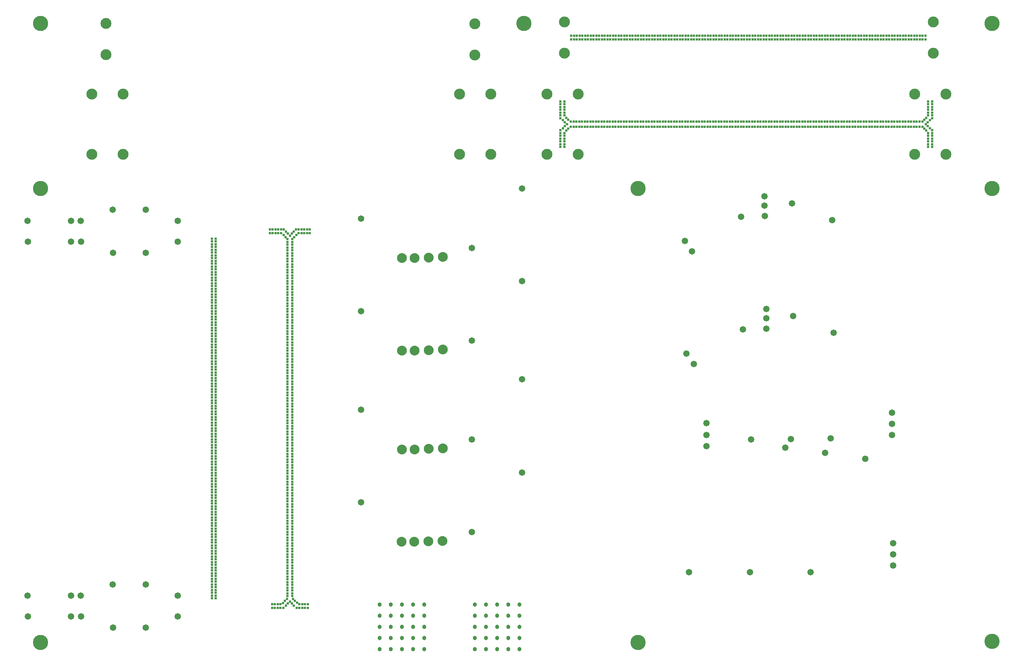
<source format=gbs>
G04*
G04 #@! TF.GenerationSoftware,Altium Limited,Altium Designer,21.1.1 (26)*
G04*
G04 Layer_Color=16711935*
%FSLAX25Y25*%
%MOIN*%
G70*
G04*
G04 #@! TF.SameCoordinates,B83F5570-EEF7-471F-9EF2-83D00333E22E*
G04*
G04*
G04 #@! TF.FilePolarity,Negative*
G04*
G01*
G75*
%ADD48C,0.09800*%
%ADD49C,0.13635*%
%ADD50C,0.02400*%
%ADD51C,0.05800*%
%ADD52C,0.03800*%
%ADD53C,0.08800*%
D48*
X821350Y550100D02*
D03*
Y578100D02*
D03*
X490700Y550100D02*
D03*
Y578100D02*
D03*
X410300Y548600D02*
D03*
Y576600D02*
D03*
X67000Y513500D02*
D03*
X95000D02*
D03*
X67000Y459500D02*
D03*
X95000D02*
D03*
X396600Y513500D02*
D03*
X424600D02*
D03*
X396600Y459500D02*
D03*
X424600D02*
D03*
X832600D02*
D03*
X804600D02*
D03*
X832600Y513500D02*
D03*
X804600D02*
D03*
X503100Y459500D02*
D03*
X475100D02*
D03*
X503000Y513500D02*
D03*
X475000D02*
D03*
X79600Y548700D02*
D03*
Y576700D02*
D03*
D49*
X454500Y577000D02*
D03*
X21000D02*
D03*
Y429000D02*
D03*
Y22000D02*
D03*
X874100Y577000D02*
D03*
Y429000D02*
D03*
Y23000D02*
D03*
X556600Y22000D02*
D03*
Y429000D02*
D03*
D50*
X226700Y392300D02*
D03*
Y388700D02*
D03*
X262500D02*
D03*
X178025Y379000D02*
D03*
X814325Y562375D02*
D03*
Y565825D02*
D03*
X811825D02*
D03*
Y562375D02*
D03*
X809325Y565825D02*
D03*
Y562375D02*
D03*
X806825Y565825D02*
D03*
Y562375D02*
D03*
X804325Y565825D02*
D03*
Y562375D02*
D03*
X801825Y565825D02*
D03*
Y562375D02*
D03*
X799325Y565825D02*
D03*
Y562375D02*
D03*
X796825Y565825D02*
D03*
Y562375D02*
D03*
X794325Y565825D02*
D03*
Y562375D02*
D03*
X791825Y565825D02*
D03*
Y562375D02*
D03*
X789325Y565825D02*
D03*
Y562375D02*
D03*
X786825Y565825D02*
D03*
Y562375D02*
D03*
X784325Y565825D02*
D03*
Y562375D02*
D03*
X781825Y565825D02*
D03*
Y562375D02*
D03*
X779325Y565825D02*
D03*
Y562375D02*
D03*
X776825Y565825D02*
D03*
Y562375D02*
D03*
X774325Y565825D02*
D03*
Y562375D02*
D03*
X771825Y565825D02*
D03*
Y562375D02*
D03*
X769325Y565825D02*
D03*
Y562375D02*
D03*
X766825Y565825D02*
D03*
Y562375D02*
D03*
X764325Y565825D02*
D03*
Y562375D02*
D03*
X761825Y565825D02*
D03*
Y562375D02*
D03*
X759325Y565825D02*
D03*
Y562375D02*
D03*
X756825Y565825D02*
D03*
Y562375D02*
D03*
X754325Y565825D02*
D03*
Y562375D02*
D03*
X751825Y565825D02*
D03*
Y562375D02*
D03*
X749325Y565825D02*
D03*
Y562375D02*
D03*
X746825Y565825D02*
D03*
Y562375D02*
D03*
X744325Y565825D02*
D03*
Y562375D02*
D03*
X741825Y565825D02*
D03*
Y562375D02*
D03*
X739325Y565825D02*
D03*
Y562375D02*
D03*
X736825Y565825D02*
D03*
Y562375D02*
D03*
X734325Y565825D02*
D03*
Y562375D02*
D03*
X731825Y565825D02*
D03*
Y562375D02*
D03*
X729325Y565825D02*
D03*
Y562375D02*
D03*
X726825Y565825D02*
D03*
Y562375D02*
D03*
X724325Y565825D02*
D03*
Y562375D02*
D03*
X721825Y565825D02*
D03*
Y562375D02*
D03*
X719325Y565825D02*
D03*
Y562375D02*
D03*
X716825Y565825D02*
D03*
Y562375D02*
D03*
X714325Y565825D02*
D03*
Y562375D02*
D03*
X711825Y565825D02*
D03*
Y562375D02*
D03*
X709325Y565825D02*
D03*
Y562375D02*
D03*
X706825Y565825D02*
D03*
Y562375D02*
D03*
X704325Y565825D02*
D03*
Y562375D02*
D03*
X701825Y565825D02*
D03*
Y562375D02*
D03*
X699325Y565825D02*
D03*
Y562375D02*
D03*
X696825Y565825D02*
D03*
Y562375D02*
D03*
X694325Y565825D02*
D03*
Y562375D02*
D03*
X691825Y565825D02*
D03*
Y562375D02*
D03*
X689325Y565825D02*
D03*
Y562375D02*
D03*
X686825Y565825D02*
D03*
Y562375D02*
D03*
X684325Y565825D02*
D03*
Y562375D02*
D03*
X681825Y565825D02*
D03*
Y562375D02*
D03*
X679325Y565825D02*
D03*
Y562375D02*
D03*
X676825Y565825D02*
D03*
Y562375D02*
D03*
X674325Y565825D02*
D03*
Y562375D02*
D03*
X671825Y565825D02*
D03*
Y562375D02*
D03*
X669325Y565825D02*
D03*
Y562375D02*
D03*
X666825Y565825D02*
D03*
Y562375D02*
D03*
X664325Y565825D02*
D03*
Y562375D02*
D03*
X661825Y565825D02*
D03*
Y562375D02*
D03*
X659325Y565825D02*
D03*
Y562375D02*
D03*
X656825Y565825D02*
D03*
Y562375D02*
D03*
X654325Y565825D02*
D03*
Y562375D02*
D03*
X651825Y565825D02*
D03*
Y562375D02*
D03*
X649325Y565825D02*
D03*
Y562375D02*
D03*
X646825Y565825D02*
D03*
Y562375D02*
D03*
X644325Y565825D02*
D03*
Y562375D02*
D03*
X641825Y565825D02*
D03*
Y562375D02*
D03*
X639325Y565825D02*
D03*
Y562375D02*
D03*
X636825Y565825D02*
D03*
Y562375D02*
D03*
X634325Y565825D02*
D03*
Y562375D02*
D03*
X631825Y565825D02*
D03*
Y562375D02*
D03*
X629325Y565825D02*
D03*
Y562375D02*
D03*
X626825Y565825D02*
D03*
Y562375D02*
D03*
X624325Y565825D02*
D03*
Y562375D02*
D03*
X621825Y565825D02*
D03*
Y562375D02*
D03*
X619325Y565825D02*
D03*
Y562375D02*
D03*
X616825Y565825D02*
D03*
Y562375D02*
D03*
X614325Y565825D02*
D03*
Y562375D02*
D03*
X611825Y565825D02*
D03*
Y562375D02*
D03*
X609325Y565825D02*
D03*
Y562375D02*
D03*
X606825Y565825D02*
D03*
Y562375D02*
D03*
X604325Y565825D02*
D03*
Y562375D02*
D03*
X601825Y565825D02*
D03*
Y562375D02*
D03*
X599325Y565825D02*
D03*
Y562375D02*
D03*
X596825Y565825D02*
D03*
Y562375D02*
D03*
X594325Y565825D02*
D03*
Y562375D02*
D03*
X591825Y565825D02*
D03*
Y562375D02*
D03*
X589325Y565825D02*
D03*
Y562375D02*
D03*
X586825Y565825D02*
D03*
Y562375D02*
D03*
X584325Y565825D02*
D03*
Y562375D02*
D03*
X581825Y565825D02*
D03*
Y562375D02*
D03*
X579325Y565825D02*
D03*
Y562375D02*
D03*
X576825Y565825D02*
D03*
Y562375D02*
D03*
X574325Y565825D02*
D03*
Y562375D02*
D03*
X571825Y565825D02*
D03*
Y562375D02*
D03*
X569325Y565825D02*
D03*
Y562375D02*
D03*
X566825Y565825D02*
D03*
Y562375D02*
D03*
X564325Y565825D02*
D03*
Y562375D02*
D03*
X561825Y565825D02*
D03*
Y562375D02*
D03*
X559325Y565825D02*
D03*
Y562375D02*
D03*
X556825Y565825D02*
D03*
Y562375D02*
D03*
X554325Y565825D02*
D03*
Y562375D02*
D03*
X551825Y565825D02*
D03*
Y562375D02*
D03*
X549325Y565825D02*
D03*
Y562375D02*
D03*
X546825Y565825D02*
D03*
Y562375D02*
D03*
X544325Y565825D02*
D03*
Y562375D02*
D03*
X541825Y565825D02*
D03*
Y562375D02*
D03*
X539325Y565825D02*
D03*
Y562375D02*
D03*
X536825Y565825D02*
D03*
Y562375D02*
D03*
X534325Y565825D02*
D03*
Y562375D02*
D03*
X531825Y565825D02*
D03*
Y562375D02*
D03*
X529325Y565825D02*
D03*
Y562375D02*
D03*
X526825Y565825D02*
D03*
Y562375D02*
D03*
X524325Y565825D02*
D03*
Y562375D02*
D03*
X521825Y565825D02*
D03*
Y562375D02*
D03*
X519325Y565825D02*
D03*
Y562375D02*
D03*
X516825Y565825D02*
D03*
Y562375D02*
D03*
X514325Y565825D02*
D03*
Y562375D02*
D03*
X511825Y565825D02*
D03*
Y562375D02*
D03*
X509325Y565825D02*
D03*
Y562375D02*
D03*
X506825Y565825D02*
D03*
Y562375D02*
D03*
X504325Y565825D02*
D03*
Y562375D02*
D03*
X501825Y565825D02*
D03*
Y562375D02*
D03*
X499325Y565825D02*
D03*
Y562375D02*
D03*
X496825D02*
D03*
Y565825D02*
D03*
X178025Y61500D02*
D03*
Y64000D02*
D03*
Y66500D02*
D03*
Y69000D02*
D03*
Y71500D02*
D03*
Y74000D02*
D03*
Y76500D02*
D03*
Y79000D02*
D03*
Y81500D02*
D03*
Y84000D02*
D03*
Y86500D02*
D03*
Y89000D02*
D03*
Y91500D02*
D03*
Y94000D02*
D03*
Y96500D02*
D03*
Y99000D02*
D03*
Y101500D02*
D03*
Y104000D02*
D03*
Y106500D02*
D03*
Y109000D02*
D03*
Y111500D02*
D03*
Y114000D02*
D03*
Y116500D02*
D03*
Y119000D02*
D03*
Y121500D02*
D03*
Y124000D02*
D03*
Y126500D02*
D03*
Y129000D02*
D03*
Y131500D02*
D03*
Y134000D02*
D03*
Y136500D02*
D03*
Y139000D02*
D03*
Y141500D02*
D03*
Y144000D02*
D03*
Y146500D02*
D03*
Y149000D02*
D03*
Y151500D02*
D03*
Y154000D02*
D03*
Y156500D02*
D03*
Y159000D02*
D03*
Y161500D02*
D03*
Y164000D02*
D03*
Y166500D02*
D03*
Y169000D02*
D03*
Y171500D02*
D03*
Y174000D02*
D03*
Y176500D02*
D03*
Y179000D02*
D03*
Y181500D02*
D03*
Y184000D02*
D03*
Y186500D02*
D03*
Y189000D02*
D03*
Y191500D02*
D03*
Y194000D02*
D03*
Y196500D02*
D03*
Y199000D02*
D03*
Y201500D02*
D03*
Y204000D02*
D03*
Y206500D02*
D03*
Y209000D02*
D03*
Y211500D02*
D03*
Y214000D02*
D03*
Y216500D02*
D03*
Y219000D02*
D03*
Y221500D02*
D03*
Y224000D02*
D03*
Y226500D02*
D03*
Y229000D02*
D03*
Y231500D02*
D03*
Y234000D02*
D03*
Y236500D02*
D03*
Y239000D02*
D03*
Y241500D02*
D03*
Y244000D02*
D03*
Y246500D02*
D03*
Y249000D02*
D03*
Y251500D02*
D03*
Y254000D02*
D03*
Y256500D02*
D03*
Y259000D02*
D03*
Y261500D02*
D03*
Y264000D02*
D03*
Y266500D02*
D03*
Y269000D02*
D03*
Y271500D02*
D03*
Y274000D02*
D03*
Y276500D02*
D03*
Y279000D02*
D03*
Y281500D02*
D03*
Y284000D02*
D03*
Y286500D02*
D03*
Y289000D02*
D03*
Y291500D02*
D03*
Y294000D02*
D03*
Y296500D02*
D03*
Y299000D02*
D03*
Y301500D02*
D03*
Y304000D02*
D03*
Y306500D02*
D03*
Y309000D02*
D03*
Y311500D02*
D03*
Y314000D02*
D03*
Y316500D02*
D03*
Y319000D02*
D03*
Y321500D02*
D03*
Y324000D02*
D03*
Y326500D02*
D03*
Y329000D02*
D03*
Y331500D02*
D03*
Y334000D02*
D03*
Y336500D02*
D03*
Y339000D02*
D03*
Y341500D02*
D03*
Y344000D02*
D03*
Y346500D02*
D03*
Y349000D02*
D03*
Y351500D02*
D03*
Y354000D02*
D03*
Y356500D02*
D03*
Y359000D02*
D03*
Y361500D02*
D03*
Y364000D02*
D03*
Y366500D02*
D03*
Y369000D02*
D03*
Y371500D02*
D03*
Y374000D02*
D03*
Y376500D02*
D03*
Y381500D02*
D03*
Y384000D02*
D03*
X174575Y129000D02*
D03*
Y126500D02*
D03*
Y124000D02*
D03*
Y121500D02*
D03*
Y119000D02*
D03*
Y116500D02*
D03*
Y114000D02*
D03*
Y111500D02*
D03*
Y109000D02*
D03*
Y106500D02*
D03*
Y104000D02*
D03*
Y101500D02*
D03*
Y99000D02*
D03*
Y96500D02*
D03*
Y94000D02*
D03*
Y91500D02*
D03*
Y89000D02*
D03*
Y86500D02*
D03*
Y84000D02*
D03*
Y81500D02*
D03*
Y79000D02*
D03*
Y76500D02*
D03*
Y74000D02*
D03*
Y71500D02*
D03*
Y69000D02*
D03*
Y66500D02*
D03*
Y64000D02*
D03*
Y61500D02*
D03*
Y131500D02*
D03*
Y134000D02*
D03*
Y136500D02*
D03*
Y139000D02*
D03*
Y141500D02*
D03*
Y144000D02*
D03*
Y146500D02*
D03*
Y149000D02*
D03*
Y151500D02*
D03*
Y154000D02*
D03*
Y156500D02*
D03*
Y159000D02*
D03*
Y161500D02*
D03*
Y164000D02*
D03*
Y166500D02*
D03*
Y169000D02*
D03*
Y171500D02*
D03*
Y174000D02*
D03*
Y176500D02*
D03*
Y179000D02*
D03*
Y181500D02*
D03*
Y184000D02*
D03*
Y186500D02*
D03*
Y189000D02*
D03*
Y191500D02*
D03*
Y194000D02*
D03*
Y196500D02*
D03*
Y199000D02*
D03*
Y201500D02*
D03*
Y204000D02*
D03*
Y206500D02*
D03*
Y209000D02*
D03*
Y211500D02*
D03*
Y214000D02*
D03*
Y216500D02*
D03*
Y219000D02*
D03*
Y221500D02*
D03*
Y224000D02*
D03*
Y226500D02*
D03*
Y229000D02*
D03*
Y231500D02*
D03*
Y234000D02*
D03*
Y236500D02*
D03*
Y239000D02*
D03*
Y241500D02*
D03*
Y244000D02*
D03*
Y246500D02*
D03*
Y249000D02*
D03*
Y251500D02*
D03*
Y254000D02*
D03*
Y256500D02*
D03*
Y259000D02*
D03*
Y261500D02*
D03*
Y264000D02*
D03*
Y266500D02*
D03*
Y269000D02*
D03*
Y271500D02*
D03*
Y274000D02*
D03*
Y276500D02*
D03*
Y279000D02*
D03*
Y281500D02*
D03*
Y284000D02*
D03*
Y286500D02*
D03*
Y289000D02*
D03*
Y291500D02*
D03*
Y294000D02*
D03*
Y296500D02*
D03*
Y299000D02*
D03*
Y301500D02*
D03*
Y304000D02*
D03*
Y306500D02*
D03*
Y309000D02*
D03*
Y311500D02*
D03*
Y314000D02*
D03*
Y316500D02*
D03*
Y319000D02*
D03*
Y321500D02*
D03*
Y324000D02*
D03*
Y326500D02*
D03*
Y329000D02*
D03*
Y331500D02*
D03*
Y334000D02*
D03*
Y336500D02*
D03*
Y339000D02*
D03*
Y341500D02*
D03*
Y344000D02*
D03*
Y346500D02*
D03*
Y349000D02*
D03*
Y351500D02*
D03*
Y354000D02*
D03*
Y356500D02*
D03*
Y359000D02*
D03*
Y361500D02*
D03*
Y364000D02*
D03*
Y366500D02*
D03*
Y369000D02*
D03*
Y371500D02*
D03*
Y374000D02*
D03*
Y376500D02*
D03*
Y384000D02*
D03*
Y379000D02*
D03*
Y381500D02*
D03*
X231100Y56300D02*
D03*
X236100D02*
D03*
X233600D02*
D03*
X228600D02*
D03*
X816800Y466100D02*
D03*
X820400D02*
D03*
Y506900D02*
D03*
X816800D02*
D03*
X490800Y466100D02*
D03*
X487200D02*
D03*
Y506900D02*
D03*
X490800D02*
D03*
X494200Y490400D02*
D03*
X492400Y492200D02*
D03*
X490800Y499400D02*
D03*
Y494400D02*
D03*
Y504400D02*
D03*
Y496900D02*
D03*
Y501900D02*
D03*
X487200Y496900D02*
D03*
Y494400D02*
D03*
Y504400D02*
D03*
Y499400D02*
D03*
Y501900D02*
D03*
X492900Y486500D02*
D03*
X489300Y490100D02*
D03*
X491100Y488300D02*
D03*
X487200Y491900D02*
D03*
Y481100D02*
D03*
X491100Y484700D02*
D03*
X489300Y482900D02*
D03*
X487200Y471100D02*
D03*
Y473600D02*
D03*
Y468600D02*
D03*
Y478600D02*
D03*
Y476100D02*
D03*
X490800Y471100D02*
D03*
Y476100D02*
D03*
Y468600D02*
D03*
Y478600D02*
D03*
Y473600D02*
D03*
X492400Y480800D02*
D03*
X494200Y482600D02*
D03*
X634000Y488700D02*
D03*
X636500D02*
D03*
X639000D02*
D03*
X641500D02*
D03*
X644000D02*
D03*
X646500D02*
D03*
X649000D02*
D03*
X651500D02*
D03*
X654000D02*
D03*
X656500D02*
D03*
X659000D02*
D03*
X661500D02*
D03*
X664000D02*
D03*
X666500D02*
D03*
X669000D02*
D03*
X671500D02*
D03*
X674000D02*
D03*
X676500D02*
D03*
X681500D02*
D03*
X679000D02*
D03*
X684000D02*
D03*
X686500D02*
D03*
X614000D02*
D03*
X616500D02*
D03*
X619000D02*
D03*
X621500D02*
D03*
X624000D02*
D03*
X626500D02*
D03*
X629000D02*
D03*
X631500D02*
D03*
X689000D02*
D03*
X691500D02*
D03*
X744000D02*
D03*
X694000D02*
D03*
X696500D02*
D03*
X699000D02*
D03*
X701500D02*
D03*
X704000D02*
D03*
X706500D02*
D03*
X709000D02*
D03*
X761500D02*
D03*
X711500D02*
D03*
X714000D02*
D03*
X716500D02*
D03*
X771500D02*
D03*
X719000D02*
D03*
X721500D02*
D03*
X724000D02*
D03*
X726500D02*
D03*
X729000D02*
D03*
X731500D02*
D03*
X734000D02*
D03*
X736500D02*
D03*
X739000D02*
D03*
X741500D02*
D03*
X781500D02*
D03*
X811600D02*
D03*
X804000D02*
D03*
X806500D02*
D03*
X809000D02*
D03*
X754000D02*
D03*
X756500D02*
D03*
X759000D02*
D03*
X801500D02*
D03*
X799000D02*
D03*
X794000D02*
D03*
X774000D02*
D03*
X776500D02*
D03*
X779000D02*
D03*
X796500D02*
D03*
X784000D02*
D03*
X786500D02*
D03*
X789000D02*
D03*
X764000D02*
D03*
X766500D02*
D03*
X769000D02*
D03*
X496500D02*
D03*
X499000D02*
D03*
X501500D02*
D03*
X506500D02*
D03*
X504000D02*
D03*
X581500D02*
D03*
X584000D02*
D03*
X586500D02*
D03*
X589000D02*
D03*
X591500D02*
D03*
X594000D02*
D03*
X596500D02*
D03*
X599000D02*
D03*
X601500D02*
D03*
X604000D02*
D03*
X606500D02*
D03*
X609000D02*
D03*
X611500D02*
D03*
X509000D02*
D03*
X511500D02*
D03*
X514000D02*
D03*
X516500D02*
D03*
X519000D02*
D03*
X521500D02*
D03*
X524000D02*
D03*
X526500D02*
D03*
X529000D02*
D03*
X531500D02*
D03*
X534000D02*
D03*
X536500D02*
D03*
X549000D02*
D03*
X551500D02*
D03*
X554000D02*
D03*
X556500D02*
D03*
X559000D02*
D03*
X561500D02*
D03*
X564000D02*
D03*
X566500D02*
D03*
X569000D02*
D03*
X571500D02*
D03*
X574000D02*
D03*
X576500D02*
D03*
X579000D02*
D03*
X791500D02*
D03*
X746500D02*
D03*
X749000D02*
D03*
X751500D02*
D03*
X546500D02*
D03*
X541500D02*
D03*
X544000D02*
D03*
X539000D02*
D03*
X813400Y490400D02*
D03*
X815200Y492200D02*
D03*
X816800Y499400D02*
D03*
Y494400D02*
D03*
Y504400D02*
D03*
Y496900D02*
D03*
Y501900D02*
D03*
X820400Y496900D02*
D03*
Y494400D02*
D03*
Y504400D02*
D03*
Y499400D02*
D03*
Y501900D02*
D03*
X818300Y490100D02*
D03*
X816500Y488300D02*
D03*
X820400Y491900D02*
D03*
Y481100D02*
D03*
X816500Y484700D02*
D03*
X818300Y482900D02*
D03*
X814700Y486500D02*
D03*
X820400Y471100D02*
D03*
Y473600D02*
D03*
Y468600D02*
D03*
Y478600D02*
D03*
Y476100D02*
D03*
X816800Y471100D02*
D03*
Y476100D02*
D03*
Y468600D02*
D03*
Y478600D02*
D03*
Y473600D02*
D03*
X815200Y480800D02*
D03*
X813400Y482600D02*
D03*
X539000Y484300D02*
D03*
X544000D02*
D03*
X541500D02*
D03*
X546500D02*
D03*
X751500D02*
D03*
X749000D02*
D03*
X746500D02*
D03*
X791500D02*
D03*
X579000D02*
D03*
X576500D02*
D03*
X574000D02*
D03*
X571500D02*
D03*
X569000D02*
D03*
X566500D02*
D03*
X564000D02*
D03*
X561500D02*
D03*
X559000D02*
D03*
X556500D02*
D03*
X554000D02*
D03*
X551500D02*
D03*
X549000D02*
D03*
X536500D02*
D03*
X534000D02*
D03*
X531500D02*
D03*
X529000D02*
D03*
X526500D02*
D03*
X524000D02*
D03*
X521500D02*
D03*
X519000D02*
D03*
X516500D02*
D03*
X514000D02*
D03*
X511500D02*
D03*
X509000D02*
D03*
X611500D02*
D03*
X609000D02*
D03*
X606500D02*
D03*
X604000D02*
D03*
X601500D02*
D03*
X599000D02*
D03*
X596500D02*
D03*
X594000D02*
D03*
X591500D02*
D03*
X589000D02*
D03*
X586500D02*
D03*
X584000D02*
D03*
X581500D02*
D03*
X504000D02*
D03*
X506500D02*
D03*
X501500D02*
D03*
X499000D02*
D03*
X496500D02*
D03*
X769000D02*
D03*
X766500D02*
D03*
X764000D02*
D03*
X789000D02*
D03*
X786500D02*
D03*
X784000D02*
D03*
X796500D02*
D03*
X779000D02*
D03*
X776500D02*
D03*
X774000D02*
D03*
X794000D02*
D03*
X799000D02*
D03*
X801500D02*
D03*
X759000D02*
D03*
X756500D02*
D03*
X754000D02*
D03*
X809000D02*
D03*
X806500D02*
D03*
X804000D02*
D03*
X811600D02*
D03*
X781500D02*
D03*
X741500D02*
D03*
X739000D02*
D03*
X736500D02*
D03*
X734000D02*
D03*
X731500D02*
D03*
X729000D02*
D03*
X726500D02*
D03*
X724000D02*
D03*
X721500D02*
D03*
X719000D02*
D03*
X771500D02*
D03*
X716500D02*
D03*
X714000D02*
D03*
X711500D02*
D03*
X761500D02*
D03*
X709000D02*
D03*
X706500D02*
D03*
X704000D02*
D03*
X701500D02*
D03*
X699000D02*
D03*
X696500D02*
D03*
X694000D02*
D03*
X744000D02*
D03*
X691500D02*
D03*
X689000D02*
D03*
X631500D02*
D03*
X629000D02*
D03*
X626500D02*
D03*
X624000D02*
D03*
X621500D02*
D03*
X619000D02*
D03*
X616500D02*
D03*
X614000D02*
D03*
X686500D02*
D03*
X684000D02*
D03*
X679000D02*
D03*
X681500D02*
D03*
X676500D02*
D03*
X674000D02*
D03*
X671500D02*
D03*
X669000D02*
D03*
X666500D02*
D03*
X664000D02*
D03*
X661500D02*
D03*
X659000D02*
D03*
X656500D02*
D03*
X654000D02*
D03*
X651500D02*
D03*
X649000D02*
D03*
X646500D02*
D03*
X644000D02*
D03*
X641500D02*
D03*
X639000D02*
D03*
X636500D02*
D03*
X634000D02*
D03*
X246800Y205900D02*
D03*
Y208400D02*
D03*
Y210900D02*
D03*
Y213400D02*
D03*
Y215900D02*
D03*
Y218400D02*
D03*
Y220900D02*
D03*
Y223400D02*
D03*
Y225900D02*
D03*
Y228400D02*
D03*
Y230900D02*
D03*
Y233400D02*
D03*
Y235900D02*
D03*
Y238400D02*
D03*
Y240900D02*
D03*
Y243400D02*
D03*
Y245900D02*
D03*
Y248400D02*
D03*
Y253400D02*
D03*
Y250900D02*
D03*
Y255900D02*
D03*
Y258400D02*
D03*
Y185900D02*
D03*
Y188400D02*
D03*
Y190900D02*
D03*
Y193400D02*
D03*
Y195900D02*
D03*
Y198400D02*
D03*
Y200900D02*
D03*
Y203400D02*
D03*
Y260900D02*
D03*
Y263400D02*
D03*
Y315900D02*
D03*
Y265900D02*
D03*
Y268400D02*
D03*
Y270900D02*
D03*
Y273400D02*
D03*
Y275900D02*
D03*
Y278400D02*
D03*
Y280900D02*
D03*
Y333400D02*
D03*
Y283400D02*
D03*
Y285900D02*
D03*
Y288400D02*
D03*
Y343400D02*
D03*
Y290900D02*
D03*
Y293400D02*
D03*
Y295900D02*
D03*
Y298400D02*
D03*
Y300900D02*
D03*
Y303400D02*
D03*
Y305900D02*
D03*
Y308400D02*
D03*
Y310900D02*
D03*
Y313400D02*
D03*
Y353400D02*
D03*
Y383400D02*
D03*
Y375900D02*
D03*
Y378400D02*
D03*
Y380900D02*
D03*
Y325900D02*
D03*
Y328400D02*
D03*
Y330900D02*
D03*
Y373400D02*
D03*
Y370900D02*
D03*
Y365900D02*
D03*
Y345900D02*
D03*
Y348400D02*
D03*
Y350900D02*
D03*
Y368400D02*
D03*
Y355900D02*
D03*
Y358400D02*
D03*
Y360900D02*
D03*
Y335900D02*
D03*
Y338400D02*
D03*
Y340900D02*
D03*
Y63400D02*
D03*
X260600Y52700D02*
D03*
X258100D02*
D03*
X250600D02*
D03*
X253100D02*
D03*
X255600D02*
D03*
X246800Y68400D02*
D03*
Y70900D02*
D03*
Y73400D02*
D03*
Y78400D02*
D03*
Y75900D02*
D03*
Y65900D02*
D03*
Y153400D02*
D03*
Y155900D02*
D03*
Y158400D02*
D03*
Y160900D02*
D03*
Y163400D02*
D03*
Y165900D02*
D03*
Y168400D02*
D03*
Y170900D02*
D03*
Y173400D02*
D03*
Y175900D02*
D03*
Y178400D02*
D03*
Y180900D02*
D03*
Y183400D02*
D03*
Y80900D02*
D03*
Y83400D02*
D03*
Y85900D02*
D03*
Y88400D02*
D03*
Y90900D02*
D03*
Y93400D02*
D03*
Y95900D02*
D03*
Y98400D02*
D03*
Y100900D02*
D03*
Y103400D02*
D03*
Y105900D02*
D03*
Y108400D02*
D03*
Y120900D02*
D03*
Y123400D02*
D03*
Y125900D02*
D03*
Y128400D02*
D03*
Y130900D02*
D03*
Y133400D02*
D03*
Y135900D02*
D03*
Y138400D02*
D03*
Y140900D02*
D03*
Y143400D02*
D03*
Y145900D02*
D03*
Y148400D02*
D03*
Y150900D02*
D03*
Y363400D02*
D03*
Y318400D02*
D03*
Y320900D02*
D03*
Y323400D02*
D03*
Y118400D02*
D03*
Y113400D02*
D03*
Y115900D02*
D03*
Y110900D02*
D03*
X260600Y56300D02*
D03*
X255600D02*
D03*
X253100D02*
D03*
X258100D02*
D03*
X250900Y57400D02*
D03*
X249100Y59200D02*
D03*
X247300Y61000D02*
D03*
X246400Y56700D02*
D03*
X248200Y54900D02*
D03*
X248500Y385300D02*
D03*
X250300Y387100D02*
D03*
X257500Y388700D02*
D03*
X252500D02*
D03*
X255000D02*
D03*
X260000D02*
D03*
X255000Y392300D02*
D03*
X252500D02*
D03*
X262500D02*
D03*
X257500D02*
D03*
X260000D02*
D03*
X244600Y386600D02*
D03*
X248200Y390200D02*
D03*
X246400Y388400D02*
D03*
X250000Y392300D02*
D03*
X239200D02*
D03*
X242800Y388400D02*
D03*
X241000Y390200D02*
D03*
X229200Y392300D02*
D03*
X231700D02*
D03*
X236700D02*
D03*
X234200D02*
D03*
X229200Y388700D02*
D03*
X234200D02*
D03*
X236700D02*
D03*
X231700D02*
D03*
X238900Y387100D02*
D03*
X240700Y385300D02*
D03*
X241000Y54900D02*
D03*
X242800Y56700D02*
D03*
X241900Y60900D02*
D03*
X240100Y59100D02*
D03*
X238300Y57300D02*
D03*
X244600Y58500D02*
D03*
X242400Y110900D02*
D03*
Y115900D02*
D03*
Y113400D02*
D03*
Y118400D02*
D03*
Y323400D02*
D03*
Y320900D02*
D03*
Y318400D02*
D03*
Y363400D02*
D03*
Y150900D02*
D03*
Y148400D02*
D03*
Y145900D02*
D03*
Y143400D02*
D03*
Y140900D02*
D03*
Y138400D02*
D03*
Y135900D02*
D03*
Y133400D02*
D03*
Y130900D02*
D03*
Y128400D02*
D03*
Y125900D02*
D03*
Y123400D02*
D03*
Y120900D02*
D03*
Y108400D02*
D03*
Y105900D02*
D03*
Y103400D02*
D03*
Y100900D02*
D03*
Y98400D02*
D03*
Y95900D02*
D03*
Y93400D02*
D03*
Y90900D02*
D03*
Y88400D02*
D03*
Y85900D02*
D03*
Y83400D02*
D03*
Y80900D02*
D03*
Y183400D02*
D03*
Y180900D02*
D03*
Y178400D02*
D03*
Y175900D02*
D03*
Y173400D02*
D03*
Y170900D02*
D03*
Y168400D02*
D03*
Y165900D02*
D03*
Y163400D02*
D03*
Y160900D02*
D03*
Y158400D02*
D03*
Y155900D02*
D03*
Y153400D02*
D03*
Y65900D02*
D03*
Y75900D02*
D03*
Y78400D02*
D03*
Y73400D02*
D03*
Y70900D02*
D03*
Y68400D02*
D03*
X233600Y52700D02*
D03*
X236100D02*
D03*
X238600D02*
D03*
X231100D02*
D03*
X228600D02*
D03*
X242400Y63400D02*
D03*
Y340900D02*
D03*
Y338400D02*
D03*
Y335900D02*
D03*
Y360900D02*
D03*
Y358400D02*
D03*
Y355900D02*
D03*
Y368400D02*
D03*
Y350900D02*
D03*
Y348400D02*
D03*
Y345900D02*
D03*
Y365900D02*
D03*
Y370900D02*
D03*
Y373400D02*
D03*
Y330900D02*
D03*
Y328400D02*
D03*
Y325900D02*
D03*
Y380900D02*
D03*
Y378400D02*
D03*
Y375900D02*
D03*
Y383400D02*
D03*
Y353400D02*
D03*
Y313400D02*
D03*
Y310900D02*
D03*
Y308400D02*
D03*
Y305900D02*
D03*
Y303400D02*
D03*
Y300900D02*
D03*
Y298400D02*
D03*
Y295900D02*
D03*
Y293400D02*
D03*
Y290900D02*
D03*
Y343400D02*
D03*
Y288400D02*
D03*
Y285900D02*
D03*
Y283400D02*
D03*
Y333400D02*
D03*
Y280900D02*
D03*
Y278400D02*
D03*
Y275900D02*
D03*
Y273400D02*
D03*
Y270900D02*
D03*
Y268400D02*
D03*
Y265900D02*
D03*
Y315900D02*
D03*
Y263400D02*
D03*
Y260900D02*
D03*
Y203400D02*
D03*
Y200900D02*
D03*
Y198400D02*
D03*
Y195900D02*
D03*
Y193400D02*
D03*
Y190900D02*
D03*
Y188400D02*
D03*
Y185900D02*
D03*
Y258400D02*
D03*
Y255900D02*
D03*
Y250900D02*
D03*
Y253400D02*
D03*
Y248400D02*
D03*
Y245900D02*
D03*
Y243400D02*
D03*
Y240900D02*
D03*
Y238400D02*
D03*
Y235900D02*
D03*
Y233400D02*
D03*
Y230900D02*
D03*
Y228400D02*
D03*
Y225900D02*
D03*
Y223400D02*
D03*
Y220900D02*
D03*
Y218400D02*
D03*
Y215900D02*
D03*
Y213400D02*
D03*
Y210900D02*
D03*
Y208400D02*
D03*
Y205900D02*
D03*
D51*
X9550Y45075D02*
D03*
X9475Y63700D02*
D03*
X48250Y63925D02*
D03*
X48325Y45300D02*
D03*
Y381300D02*
D03*
X48250Y399925D02*
D03*
X9475Y399700D02*
D03*
X9550Y381075D02*
D03*
X452848Y174294D02*
D03*
Y257902D02*
D03*
Y345901D02*
D03*
X452750Y429000D02*
D03*
X57175Y63700D02*
D03*
X57250Y45075D02*
D03*
X85875Y73850D02*
D03*
X85927Y35150D02*
D03*
X115273Y73850D02*
D03*
X115325Y35150D02*
D03*
X143950Y63925D02*
D03*
X144025Y45300D02*
D03*
Y381300D02*
D03*
X143950Y399925D02*
D03*
X115325Y371150D02*
D03*
X115273Y409850D02*
D03*
X85927Y371150D02*
D03*
X85875Y409850D02*
D03*
X57250Y381075D02*
D03*
X57175Y399700D02*
D03*
X407569Y121014D02*
D03*
X308447Y147392D02*
D03*
X407569Y204014D02*
D03*
X308447Y230392D02*
D03*
X407572Y292622D02*
D03*
X308450Y319000D02*
D03*
X407572Y375622D02*
D03*
X308450Y402000D02*
D03*
X670100Y422000D02*
D03*
X649100Y403500D02*
D03*
X670350Y404250D02*
D03*
X670100Y413500D02*
D03*
X694600Y415500D02*
D03*
X730600Y400500D02*
D03*
X785450Y111000D02*
D03*
X784450Y228000D02*
D03*
Y208000D02*
D03*
Y218000D02*
D03*
X760367Y186500D02*
D03*
X724450Y192000D02*
D03*
X657950Y204000D02*
D03*
X729450Y205000D02*
D03*
X693736Y204286D02*
D03*
X688850Y196500D02*
D03*
X617950Y198000D02*
D03*
Y218500D02*
D03*
Y208000D02*
D03*
X785450Y91000D02*
D03*
Y101000D02*
D03*
X602450Y85000D02*
D03*
X598600Y382000D02*
D03*
X605100Y372500D02*
D03*
X732100Y299500D02*
D03*
X671600Y321000D02*
D03*
X606600Y271500D02*
D03*
X656950Y85000D02*
D03*
X671600Y312500D02*
D03*
X711450Y85000D02*
D03*
X650600Y302500D02*
D03*
X695600Y314500D02*
D03*
X671850Y303250D02*
D03*
X600100Y281000D02*
D03*
D52*
X410450Y46000D02*
D03*
X450450Y36000D02*
D03*
Y26000D02*
D03*
Y56000D02*
D03*
Y16000D02*
D03*
X440450Y36000D02*
D03*
X410450Y56000D02*
D03*
X440450Y26000D02*
D03*
X450450Y46000D02*
D03*
X440450Y16000D02*
D03*
X430450Y36000D02*
D03*
X440450Y56000D02*
D03*
X410450Y26000D02*
D03*
X430450Y46000D02*
D03*
X420450Y16000D02*
D03*
Y36000D02*
D03*
Y56000D02*
D03*
X430450Y26000D02*
D03*
X420450Y46000D02*
D03*
X410450Y16000D02*
D03*
Y36000D02*
D03*
X430450Y56000D02*
D03*
X420450Y26000D02*
D03*
X440450Y46000D02*
D03*
X430450Y16000D02*
D03*
X324950Y46000D02*
D03*
X364950Y36000D02*
D03*
Y26000D02*
D03*
Y56000D02*
D03*
Y16000D02*
D03*
X354950Y36000D02*
D03*
X324950Y56000D02*
D03*
X354950Y26000D02*
D03*
X364950Y46000D02*
D03*
X354950Y16000D02*
D03*
X344950Y36000D02*
D03*
X354950Y56000D02*
D03*
X324950Y26000D02*
D03*
X344950Y46000D02*
D03*
X334950Y16000D02*
D03*
Y36000D02*
D03*
Y56000D02*
D03*
X344950Y26000D02*
D03*
X334950Y46000D02*
D03*
X324950Y16000D02*
D03*
Y36000D02*
D03*
X344950Y56000D02*
D03*
X334950Y26000D02*
D03*
X354950Y46000D02*
D03*
X344950Y16000D02*
D03*
D53*
X368752Y112588D02*
D03*
X344759Y112080D02*
D03*
X356130Y112209D02*
D03*
X381373Y112966D02*
D03*
X381571Y284379D02*
D03*
Y367379D02*
D03*
X381568Y195771D02*
D03*
X356329Y283621D02*
D03*
X356326Y195013D02*
D03*
X344958Y283492D02*
D03*
X356329Y366621D02*
D03*
X344958Y366492D02*
D03*
X344955Y194885D02*
D03*
X368947Y195392D02*
D03*
X368950Y367000D02*
D03*
Y284000D02*
D03*
M02*

</source>
